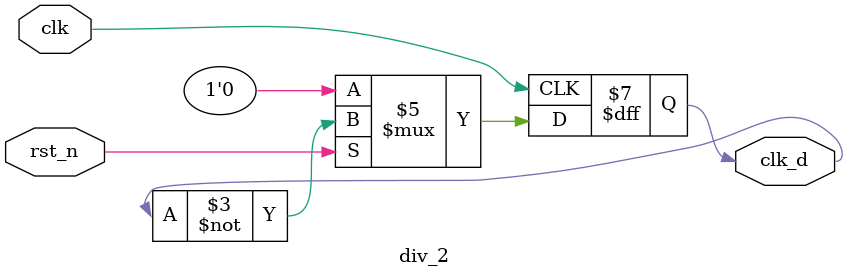
<source format=v>
module div_2 ( 
  // inputs 
  input clk,
  input rst_n,
  // outputs 
  output reg clk_d
  ); 

always @(posedge clk) begin
  if (~rst_n) begin
    clk_d = 0 ;
  end
  else begin
    clk_d <= ~clk_d ;
  end
end
 
endmodule 

</source>
